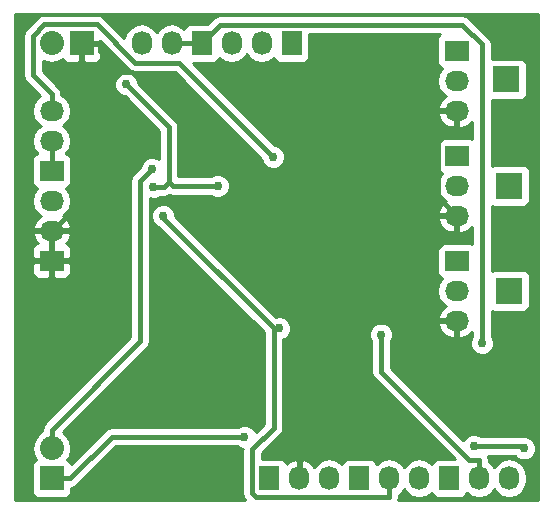
<source format=gbl>
%FSLAX46Y46*%
G04 Gerber Fmt 4.6, Leading zero omitted, Abs format (unit mm)*
G04 Created by KiCad (PCBNEW (2014-08-06 BZR 5059)-product) date 24/08/2014 20:45:46*
%MOMM*%
G01*
G04 APERTURE LIST*
%ADD10C,0.100000*%
%ADD11R,2.032000X2.032000*%
%ADD12O,2.032000X2.032000*%
%ADD13R,2.235200X2.235200*%
%ADD14R,2.032000X1.727200*%
%ADD15O,2.032000X1.727200*%
%ADD16R,1.727200X2.032000*%
%ADD17O,1.727200X2.032000*%
%ADD18C,0.762000*%
%ADD19C,0.381000*%
%ADD20C,0.254000*%
G04 APERTURE END LIST*
D10*
D11*
X94615000Y-46990000D03*
D12*
X92075000Y-46990000D03*
D11*
X92075000Y-83820000D03*
D12*
X92075000Y-81280000D03*
D13*
X130556000Y-50038000D03*
X130810000Y-59055000D03*
X130810000Y-67945000D03*
D14*
X92075000Y-57785000D03*
D15*
X92075000Y-55245000D03*
X92075000Y-52705000D03*
D14*
X92075000Y-65405000D03*
D15*
X92075000Y-62865000D03*
X92075000Y-60325000D03*
D16*
X104775000Y-46990000D03*
D17*
X102235000Y-46990000D03*
X99695000Y-46990000D03*
D16*
X112395000Y-46990000D03*
D17*
X109855000Y-46990000D03*
X107315000Y-46990000D03*
D14*
X126365000Y-47625000D03*
D15*
X126365000Y-50165000D03*
X126365000Y-52705000D03*
D14*
X126365000Y-56515000D03*
D15*
X126365000Y-59055000D03*
X126365000Y-61595000D03*
D14*
X126365000Y-65405000D03*
D15*
X126365000Y-67945000D03*
X126365000Y-70485000D03*
D16*
X110490000Y-83820000D03*
D17*
X113030000Y-83820000D03*
X115570000Y-83820000D03*
D16*
X118110000Y-83820000D03*
D17*
X120650000Y-83820000D03*
X123190000Y-83820000D03*
D16*
X125730000Y-83820000D03*
D17*
X128270000Y-83820000D03*
X130810000Y-83820000D03*
D18*
X106124100Y-59055000D03*
X100692700Y-59139100D03*
X98407700Y-50467500D03*
X104536400Y-55430300D03*
X118898300Y-75760200D03*
X100559700Y-57660900D03*
X108399900Y-80293800D03*
X101525900Y-61595000D03*
X111320300Y-71120300D03*
X110839300Y-56590200D03*
X128536700Y-72382800D03*
X132080000Y-81280000D03*
X127818100Y-81089300D03*
X119978800Y-71651600D03*
D19*
X101973900Y-58716000D02*
X102312900Y-59055000D01*
X102312900Y-59055000D02*
X106124100Y-59055000D01*
X101973900Y-58716000D02*
X101550800Y-59139100D01*
X101550800Y-59139100D02*
X100692700Y-59139100D01*
X98407700Y-50467500D02*
X101973900Y-54033700D01*
X101973900Y-54033700D02*
X101973900Y-58716000D01*
X118898300Y-70293100D02*
X124585300Y-70293100D01*
X104536400Y-55430300D02*
X118898300Y-69792200D01*
X118898300Y-69792200D02*
X118898300Y-70293100D01*
X118898300Y-75760200D02*
X118898300Y-70293100D01*
X126365000Y-61595000D02*
X126365000Y-63030400D01*
X124585300Y-70293100D02*
X124585300Y-64436500D01*
X124585300Y-64436500D02*
X125991400Y-63030400D01*
X125991400Y-63030400D02*
X126365000Y-63030400D01*
X126365000Y-61595000D02*
X124777100Y-60007100D01*
X124777100Y-60007100D02*
X124777100Y-55354700D01*
X124777100Y-55354700D02*
X125991400Y-54140400D01*
X125991400Y-54140400D02*
X126365000Y-54140400D01*
X124585300Y-70293100D02*
X124777200Y-70485000D01*
X113030000Y-82232200D02*
X118898300Y-76363900D01*
X118898300Y-76363900D02*
X118898300Y-75760200D01*
X126365000Y-70485000D02*
X124777200Y-70485000D01*
X97944100Y-49380300D02*
X98882500Y-49380300D01*
X98882500Y-49380300D02*
X104536400Y-55034200D01*
X104536400Y-55034200D02*
X104536400Y-55430300D01*
X97944100Y-49380300D02*
X95919800Y-51404600D01*
X95919800Y-51404600D02*
X95919800Y-59020200D01*
X95919800Y-59020200D02*
X92075000Y-62865000D01*
X96202800Y-46990000D02*
X96202800Y-47639000D01*
X96202800Y-47639000D02*
X97944100Y-49380300D01*
X94615000Y-46990000D02*
X96202800Y-46990000D01*
X113030000Y-83820000D02*
X113030000Y-82232200D01*
X126365000Y-52705000D02*
X126365000Y-54140400D01*
X92075000Y-81280000D02*
X92075000Y-79692200D01*
X100559700Y-57660900D02*
X99556700Y-58663900D01*
X99556700Y-58663900D02*
X99556700Y-72210500D01*
X99556700Y-72210500D02*
X92075000Y-79692200D01*
X92075000Y-83820000D02*
X93662800Y-83820000D01*
X108399900Y-80293800D02*
X97189000Y-80293800D01*
X97189000Y-80293800D02*
X93662800Y-83820000D01*
X110872000Y-71120300D02*
X111320300Y-71120300D01*
X120650000Y-85407800D02*
X109389600Y-85407800D01*
X109389600Y-85407800D02*
X109054500Y-85072700D01*
X109054500Y-85072700D02*
X109054500Y-81373700D01*
X109054500Y-81373700D02*
X110872000Y-79556200D01*
X110872000Y-79556200D02*
X110872000Y-71120300D01*
X110872000Y-71120300D02*
X101525900Y-61774200D01*
X101525900Y-61774200D02*
X101525900Y-61595000D01*
X120650000Y-83820000D02*
X120650000Y-85407800D01*
X92075000Y-55245000D02*
X92075000Y-57785000D01*
X92075000Y-52705000D02*
X92075000Y-51269600D01*
X110839300Y-56590200D02*
X102867000Y-48617900D01*
X102867000Y-48617900D02*
X99140600Y-48617900D01*
X99140600Y-48617900D02*
X95915600Y-45392900D01*
X95915600Y-45392900D02*
X91421600Y-45392900D01*
X91421600Y-45392900D02*
X90487100Y-46327400D01*
X90487100Y-46327400D02*
X90487100Y-49681700D01*
X90487100Y-49681700D02*
X92075000Y-51269600D01*
X104775000Y-46990000D02*
X106362900Y-45402100D01*
X106362900Y-45402100D02*
X126854800Y-45402100D01*
X126854800Y-45402100D02*
X128536700Y-47084000D01*
X128536700Y-47084000D02*
X128536700Y-72382800D01*
X102235000Y-46990000D02*
X104775000Y-46990000D01*
X131889300Y-81089300D02*
X132080000Y-81280000D01*
X127818100Y-81089300D02*
X131889300Y-81089300D01*
X128270000Y-83820000D02*
X128270000Y-82232200D01*
X128270000Y-82232200D02*
X127434000Y-82232200D01*
X127434000Y-82232200D02*
X119978800Y-74777000D01*
X119978800Y-74777000D02*
X119978800Y-71651600D01*
D20*
G36*
X133300000Y-85675000D02*
X121422350Y-85675000D01*
X121475500Y-85407800D01*
X121475500Y-85220882D01*
X121709670Y-85064415D01*
X121920000Y-84749634D01*
X122130330Y-85064415D01*
X122616511Y-85389271D01*
X123190000Y-85503345D01*
X123763489Y-85389271D01*
X124249670Y-85064415D01*
X124264500Y-85042219D01*
X124328073Y-85195698D01*
X124506701Y-85374327D01*
X124740090Y-85471000D01*
X124992709Y-85471000D01*
X126719909Y-85471000D01*
X126953298Y-85374327D01*
X127131927Y-85195699D01*
X127195500Y-85042220D01*
X127210330Y-85064415D01*
X127696511Y-85389271D01*
X128270000Y-85503345D01*
X128843489Y-85389271D01*
X129329670Y-85064415D01*
X129540000Y-84749634D01*
X129750330Y-85064415D01*
X130236511Y-85389271D01*
X130810000Y-85503345D01*
X131383489Y-85389271D01*
X131869670Y-85064415D01*
X132194526Y-84578234D01*
X132308600Y-84004745D01*
X132308600Y-83635255D01*
X132194526Y-83061766D01*
X131869670Y-82575585D01*
X131383489Y-82250729D01*
X130810000Y-82136655D01*
X130236511Y-82250729D01*
X129750330Y-82575585D01*
X129540000Y-82890365D01*
X129329670Y-82575585D01*
X129095500Y-82419117D01*
X129095500Y-82232200D01*
X129032663Y-81916295D01*
X129031664Y-81914800D01*
X131278104Y-81914800D01*
X131503731Y-82140821D01*
X131877018Y-82295824D01*
X132281208Y-82296176D01*
X132654766Y-82141825D01*
X132940821Y-81856269D01*
X133095824Y-81482982D01*
X133096176Y-81078792D01*
X132941825Y-80705234D01*
X132656269Y-80419179D01*
X132562600Y-80380284D01*
X132562600Y-69188910D01*
X132562600Y-68936291D01*
X132562600Y-66701091D01*
X132465927Y-66467702D01*
X132287299Y-66289073D01*
X132053910Y-66192400D01*
X131801291Y-66192400D01*
X129566091Y-66192400D01*
X129362200Y-66276854D01*
X129362200Y-60723145D01*
X129566090Y-60807600D01*
X129818709Y-60807600D01*
X132053909Y-60807600D01*
X132287298Y-60710927D01*
X132465927Y-60532299D01*
X132562600Y-60298910D01*
X132562600Y-60046291D01*
X132562600Y-57811091D01*
X132465927Y-57577702D01*
X132287299Y-57399073D01*
X132053910Y-57302400D01*
X131801291Y-57302400D01*
X129566091Y-57302400D01*
X129362200Y-57386854D01*
X129362200Y-51790600D01*
X129564709Y-51790600D01*
X131799909Y-51790600D01*
X132033298Y-51693927D01*
X132211927Y-51515299D01*
X132308600Y-51281910D01*
X132308600Y-51029291D01*
X132308600Y-48794091D01*
X132211927Y-48560702D01*
X132033299Y-48382073D01*
X131799910Y-48285400D01*
X131547291Y-48285400D01*
X129362200Y-48285400D01*
X129362200Y-47084005D01*
X129362200Y-47084000D01*
X129362201Y-47084000D01*
X129299363Y-46768095D01*
X129120417Y-46500284D01*
X129120417Y-46500283D01*
X129120413Y-46500280D01*
X127438517Y-44818383D01*
X127170706Y-44639437D01*
X126854800Y-44576600D01*
X106362905Y-44576600D01*
X106362900Y-44576599D01*
X106046995Y-44639437D01*
X105779183Y-44818383D01*
X105779180Y-44818386D01*
X105258566Y-45339000D01*
X103785091Y-45339000D01*
X103551702Y-45435673D01*
X103373073Y-45614301D01*
X103309499Y-45767779D01*
X103294670Y-45745585D01*
X102808489Y-45420729D01*
X102235000Y-45306655D01*
X101661511Y-45420729D01*
X101175330Y-45745585D01*
X100965000Y-46060365D01*
X100754670Y-45745585D01*
X100268489Y-45420729D01*
X99695000Y-45306655D01*
X99121511Y-45420729D01*
X98635330Y-45745585D01*
X98310474Y-46231766D01*
X98246005Y-46555871D01*
X96499317Y-44809183D01*
X96231506Y-44630237D01*
X95915600Y-44567400D01*
X91421605Y-44567400D01*
X91421600Y-44567399D01*
X91105695Y-44630237D01*
X90837883Y-44809183D01*
X90837880Y-44809186D01*
X89903383Y-45743683D01*
X89724437Y-46011494D01*
X89661600Y-46327400D01*
X89661600Y-49681700D01*
X89724437Y-49997606D01*
X89903383Y-50265417D01*
X91101965Y-51463999D01*
X90830585Y-51645330D01*
X90505729Y-52131511D01*
X90391655Y-52705000D01*
X90505729Y-53278489D01*
X90830585Y-53764670D01*
X91145365Y-53975000D01*
X90830585Y-54185330D01*
X90505729Y-54671511D01*
X90391655Y-55245000D01*
X90505729Y-55818489D01*
X90830585Y-56304670D01*
X90852780Y-56319500D01*
X90699302Y-56383073D01*
X90520673Y-56561701D01*
X90424000Y-56795090D01*
X90424000Y-57047709D01*
X90424000Y-58774909D01*
X90520673Y-59008298D01*
X90699301Y-59186927D01*
X90852779Y-59250500D01*
X90830585Y-59265330D01*
X90505729Y-59751511D01*
X90391655Y-60325000D01*
X90505729Y-60898489D01*
X90830585Y-61384670D01*
X91140069Y-61591460D01*
X90724268Y-61962964D01*
X90470291Y-62490209D01*
X90467642Y-62505974D01*
X90588783Y-62738000D01*
X91948000Y-62738000D01*
X91948000Y-62718000D01*
X92202000Y-62718000D01*
X92202000Y-62738000D01*
X93561217Y-62738000D01*
X93682358Y-62505974D01*
X93679709Y-62490209D01*
X93425732Y-61962964D01*
X93009930Y-61591460D01*
X93319415Y-61384670D01*
X93644271Y-60898489D01*
X93758345Y-60325000D01*
X93644271Y-59751511D01*
X93319415Y-59265330D01*
X93297219Y-59250499D01*
X93450698Y-59186927D01*
X93629327Y-59008299D01*
X93726000Y-58774910D01*
X93726000Y-58522291D01*
X93726000Y-56795091D01*
X93629327Y-56561702D01*
X93450699Y-56383073D01*
X93297220Y-56319499D01*
X93319415Y-56304670D01*
X93644271Y-55818489D01*
X93758345Y-55245000D01*
X93644271Y-54671511D01*
X93319415Y-54185330D01*
X93004634Y-53975000D01*
X93319415Y-53764670D01*
X93644271Y-53278489D01*
X93758345Y-52705000D01*
X93644271Y-52131511D01*
X93319415Y-51645330D01*
X92900500Y-51365419D01*
X92900500Y-51269605D01*
X92900500Y-51269600D01*
X92900501Y-51269600D01*
X92837663Y-50953695D01*
X92658717Y-50685884D01*
X92658717Y-50685883D01*
X92658713Y-50685880D01*
X91312600Y-49339766D01*
X91312600Y-48449679D01*
X91410845Y-48515325D01*
X92042655Y-48641000D01*
X92107345Y-48641000D01*
X92739155Y-48515325D01*
X93039518Y-48314628D01*
X93060673Y-48365699D01*
X93239302Y-48544327D01*
X93472691Y-48641000D01*
X94329250Y-48641000D01*
X94488000Y-48482250D01*
X94488000Y-47117000D01*
X94468000Y-47117000D01*
X94468000Y-46863000D01*
X94488000Y-46863000D01*
X94488000Y-46843000D01*
X94742000Y-46843000D01*
X94742000Y-46863000D01*
X96107250Y-46863000D01*
X96162758Y-46807491D01*
X98556880Y-49201613D01*
X98556883Y-49201617D01*
X98556884Y-49201617D01*
X98824695Y-49380563D01*
X99140600Y-49443401D01*
X99140600Y-49443400D01*
X99140605Y-49443400D01*
X102525066Y-49443400D01*
X109823167Y-56741500D01*
X109823124Y-56791408D01*
X109977475Y-57164966D01*
X110263031Y-57451021D01*
X110636318Y-57606024D01*
X111040508Y-57606376D01*
X111414066Y-57452025D01*
X111700121Y-57166469D01*
X111855124Y-56793182D01*
X111855476Y-56388992D01*
X111701125Y-56015434D01*
X111415569Y-55729379D01*
X111042282Y-55574376D01*
X110990864Y-55574331D01*
X104057533Y-48641000D01*
X105764909Y-48641000D01*
X105998298Y-48544327D01*
X106176927Y-48365699D01*
X106240500Y-48212220D01*
X106255330Y-48234415D01*
X106741511Y-48559271D01*
X107315000Y-48673345D01*
X107888489Y-48559271D01*
X108374670Y-48234415D01*
X108585000Y-47919634D01*
X108795330Y-48234415D01*
X109281511Y-48559271D01*
X109855000Y-48673345D01*
X110428489Y-48559271D01*
X110914670Y-48234415D01*
X110929500Y-48212219D01*
X110993073Y-48365698D01*
X111171701Y-48544327D01*
X111405090Y-48641000D01*
X111657709Y-48641000D01*
X113384909Y-48641000D01*
X113618298Y-48544327D01*
X113796927Y-48365699D01*
X113893600Y-48132310D01*
X113893600Y-47879691D01*
X113893600Y-46227600D01*
X124984774Y-46227600D01*
X124810673Y-46401701D01*
X124714000Y-46635090D01*
X124714000Y-46887709D01*
X124714000Y-48614909D01*
X124810673Y-48848298D01*
X124989301Y-49026927D01*
X125142779Y-49090500D01*
X125120585Y-49105330D01*
X124795729Y-49591511D01*
X124681655Y-50165000D01*
X124795729Y-50738489D01*
X125120585Y-51224670D01*
X125430069Y-51431460D01*
X125014268Y-51802964D01*
X124760291Y-52330209D01*
X124757642Y-52345974D01*
X124878783Y-52578000D01*
X126238000Y-52578000D01*
X126238000Y-52558000D01*
X126492000Y-52558000D01*
X126492000Y-52578000D01*
X126512000Y-52578000D01*
X126512000Y-52832000D01*
X126492000Y-52832000D01*
X126492000Y-54045924D01*
X126726913Y-54190184D01*
X127279320Y-53996954D01*
X127711200Y-53611085D01*
X127711200Y-55100854D01*
X127507310Y-55016400D01*
X127254691Y-55016400D01*
X126238000Y-55016400D01*
X126238000Y-54045924D01*
X126238000Y-52832000D01*
X124878783Y-52832000D01*
X124757642Y-53064026D01*
X124760291Y-53079791D01*
X125014268Y-53607036D01*
X125450680Y-53996954D01*
X126003087Y-54190184D01*
X126238000Y-54045924D01*
X126238000Y-55016400D01*
X125222691Y-55016400D01*
X124989302Y-55113073D01*
X124810673Y-55291701D01*
X124714000Y-55525090D01*
X124714000Y-55777709D01*
X124714000Y-57504909D01*
X124810673Y-57738298D01*
X124989301Y-57916927D01*
X125142779Y-57980500D01*
X125120585Y-57995330D01*
X124795729Y-58481511D01*
X124681655Y-59055000D01*
X124795729Y-59628489D01*
X125120585Y-60114670D01*
X125430069Y-60321460D01*
X125014268Y-60692964D01*
X124760291Y-61220209D01*
X124757642Y-61235974D01*
X124878783Y-61468000D01*
X126238000Y-61468000D01*
X126238000Y-61448000D01*
X126492000Y-61448000D01*
X126492000Y-61468000D01*
X126512000Y-61468000D01*
X126512000Y-61722000D01*
X126492000Y-61722000D01*
X126492000Y-62935924D01*
X126726913Y-63080184D01*
X127279320Y-62886954D01*
X127711200Y-62501085D01*
X127711200Y-63990854D01*
X127507310Y-63906400D01*
X127254691Y-63906400D01*
X126238000Y-63906400D01*
X126238000Y-62935924D01*
X126238000Y-61722000D01*
X124878783Y-61722000D01*
X124757642Y-61954026D01*
X124760291Y-61969791D01*
X125014268Y-62497036D01*
X125450680Y-62886954D01*
X126003087Y-63080184D01*
X126238000Y-62935924D01*
X126238000Y-63906400D01*
X125222691Y-63906400D01*
X124989302Y-64003073D01*
X124810673Y-64181701D01*
X124714000Y-64415090D01*
X124714000Y-64667709D01*
X124714000Y-66394909D01*
X124810673Y-66628298D01*
X124989301Y-66806927D01*
X125142779Y-66870500D01*
X125120585Y-66885330D01*
X124795729Y-67371511D01*
X124681655Y-67945000D01*
X124795729Y-68518489D01*
X125120585Y-69004670D01*
X125430069Y-69211460D01*
X125014268Y-69582964D01*
X124760291Y-70110209D01*
X124757642Y-70125974D01*
X124878783Y-70358000D01*
X126238000Y-70358000D01*
X126238000Y-70338000D01*
X126492000Y-70338000D01*
X126492000Y-70358000D01*
X126512000Y-70358000D01*
X126512000Y-70612000D01*
X126492000Y-70612000D01*
X126492000Y-71825924D01*
X126726913Y-71970184D01*
X127279320Y-71776954D01*
X127711200Y-71391085D01*
X127711200Y-71771271D01*
X127675879Y-71806531D01*
X127520876Y-72179818D01*
X127520524Y-72584008D01*
X127674875Y-72957566D01*
X127960431Y-73243621D01*
X128333718Y-73398624D01*
X128737908Y-73398976D01*
X129111466Y-73244625D01*
X129397521Y-72959069D01*
X129552524Y-72585782D01*
X129552876Y-72181592D01*
X129398525Y-71808034D01*
X129362200Y-71771645D01*
X129362200Y-69613145D01*
X129566090Y-69697600D01*
X129818709Y-69697600D01*
X132053909Y-69697600D01*
X132287298Y-69600927D01*
X132465927Y-69422299D01*
X132562600Y-69188910D01*
X132562600Y-80380284D01*
X132282982Y-80264176D01*
X131889467Y-80263833D01*
X131889300Y-80263800D01*
X128429628Y-80263800D01*
X128394369Y-80228479D01*
X128021082Y-80073476D01*
X127616892Y-80073124D01*
X127243334Y-80227475D01*
X126957279Y-80513031D01*
X126935269Y-80566035D01*
X126238000Y-79868766D01*
X126238000Y-71825924D01*
X126238000Y-70612000D01*
X124878783Y-70612000D01*
X124757642Y-70844026D01*
X124760291Y-70859791D01*
X125014268Y-71387036D01*
X125450680Y-71776954D01*
X126003087Y-71970184D01*
X126238000Y-71825924D01*
X126238000Y-79868766D01*
X120804300Y-74435066D01*
X120804300Y-72263128D01*
X120839621Y-72227869D01*
X120994624Y-71854582D01*
X120994976Y-71450392D01*
X120840625Y-71076834D01*
X120555069Y-70790779D01*
X120181782Y-70635776D01*
X119777592Y-70635424D01*
X119404034Y-70789775D01*
X119117979Y-71075331D01*
X118962976Y-71448618D01*
X118962624Y-71852808D01*
X119116975Y-72226366D01*
X119153300Y-72262754D01*
X119153300Y-74777000D01*
X119216137Y-75092906D01*
X119395083Y-75360717D01*
X126203366Y-82169000D01*
X124740091Y-82169000D01*
X124506702Y-82265673D01*
X124328073Y-82444301D01*
X124264499Y-82597779D01*
X124249670Y-82575585D01*
X123763489Y-82250729D01*
X123190000Y-82136655D01*
X122616511Y-82250729D01*
X122130330Y-82575585D01*
X121920000Y-82890365D01*
X121709670Y-82575585D01*
X121223489Y-82250729D01*
X120650000Y-82136655D01*
X120076511Y-82250729D01*
X119590330Y-82575585D01*
X119575499Y-82597780D01*
X119511927Y-82444302D01*
X119333299Y-82265673D01*
X119099910Y-82169000D01*
X118847291Y-82169000D01*
X117120091Y-82169000D01*
X116886702Y-82265673D01*
X116708073Y-82444301D01*
X116644499Y-82597779D01*
X116629670Y-82575585D01*
X116143489Y-82250729D01*
X115570000Y-82136655D01*
X114996511Y-82250729D01*
X114510330Y-82575585D01*
X114303539Y-82885069D01*
X113932036Y-82469268D01*
X113404791Y-82215291D01*
X113389026Y-82212642D01*
X113157000Y-82333783D01*
X113157000Y-83693000D01*
X113177000Y-83693000D01*
X113177000Y-83947000D01*
X113157000Y-83947000D01*
X113157000Y-83967000D01*
X112903000Y-83967000D01*
X112903000Y-83947000D01*
X112883000Y-83947000D01*
X112883000Y-83693000D01*
X112903000Y-83693000D01*
X112903000Y-82333783D01*
X112670974Y-82212642D01*
X112655209Y-82215291D01*
X112127964Y-82469268D01*
X111973758Y-82641860D01*
X111891927Y-82444302D01*
X111713299Y-82265673D01*
X111479910Y-82169000D01*
X111227291Y-82169000D01*
X109880000Y-82169000D01*
X109880000Y-81715634D01*
X111455717Y-80139917D01*
X111634663Y-79872106D01*
X111634663Y-79872105D01*
X111697500Y-79556200D01*
X111697500Y-72063757D01*
X111895066Y-71982125D01*
X112181121Y-71696569D01*
X112336124Y-71323282D01*
X112336476Y-70919092D01*
X112182125Y-70545534D01*
X111896569Y-70259479D01*
X111523282Y-70104476D01*
X111119092Y-70104124D01*
X111051277Y-70132144D01*
X102541876Y-61622742D01*
X102542076Y-61393792D01*
X102387725Y-61020234D01*
X102102169Y-60734179D01*
X101728882Y-60579176D01*
X101324692Y-60578824D01*
X100951134Y-60733175D01*
X100665079Y-61018731D01*
X100510076Y-61392018D01*
X100509724Y-61796208D01*
X100664075Y-62169766D01*
X100949631Y-62455821D01*
X101104319Y-62520053D01*
X110046500Y-71462233D01*
X110046500Y-79214266D01*
X109343593Y-79917172D01*
X109261725Y-79719034D01*
X108976169Y-79432979D01*
X108602882Y-79277976D01*
X108198692Y-79277624D01*
X107825134Y-79431975D01*
X107788745Y-79468300D01*
X97189005Y-79468300D01*
X97189000Y-79468299D01*
X96873094Y-79531137D01*
X96605283Y-79710083D01*
X93700130Y-82615235D01*
X93629327Y-82444302D01*
X93450699Y-82265673D01*
X93399628Y-82244518D01*
X93600325Y-81944155D01*
X93726000Y-81312345D01*
X93726000Y-81247655D01*
X93600325Y-80615845D01*
X93242433Y-80080222D01*
X93009831Y-79924802D01*
X100140413Y-72794219D01*
X100140417Y-72794217D01*
X100140417Y-72794216D01*
X100319363Y-72526405D01*
X100382200Y-72210500D01*
X100382201Y-72210500D01*
X100382200Y-72210494D01*
X100382200Y-60110278D01*
X100489718Y-60154924D01*
X100893908Y-60155276D01*
X101267466Y-60000925D01*
X101303854Y-59964600D01*
X101550800Y-59964600D01*
X101866705Y-59901763D01*
X101866706Y-59901763D01*
X101994782Y-59816184D01*
X101996994Y-59817662D01*
X101996995Y-59817663D01*
X102312900Y-59880500D01*
X105512571Y-59880500D01*
X105547831Y-59915821D01*
X105921118Y-60070824D01*
X106325308Y-60071176D01*
X106698866Y-59916825D01*
X106984921Y-59631269D01*
X107139924Y-59257982D01*
X107140276Y-58853792D01*
X106985925Y-58480234D01*
X106700369Y-58194179D01*
X106327082Y-58039176D01*
X105922892Y-58038824D01*
X105549334Y-58193175D01*
X105512945Y-58229500D01*
X102799400Y-58229500D01*
X102799400Y-54033700D01*
X102736563Y-53717795D01*
X102736562Y-53717794D01*
X102557617Y-53449983D01*
X102557613Y-53449980D01*
X99423832Y-50316198D01*
X99423876Y-50266292D01*
X99269525Y-49892734D01*
X98983969Y-49606679D01*
X98610682Y-49451676D01*
X98206492Y-49451324D01*
X97832934Y-49605675D01*
X97546879Y-49891231D01*
X97391876Y-50264518D01*
X97391524Y-50668708D01*
X97545875Y-51042266D01*
X97831431Y-51328321D01*
X98204718Y-51483324D01*
X98256134Y-51483368D01*
X101148400Y-54375633D01*
X101148400Y-56812531D01*
X101135969Y-56800079D01*
X100762682Y-56645076D01*
X100358492Y-56644724D01*
X99984934Y-56799075D01*
X99698879Y-57084631D01*
X99543876Y-57457918D01*
X99543831Y-57509334D01*
X98972983Y-58080183D01*
X98794037Y-58347994D01*
X98731200Y-58663900D01*
X98731200Y-71868566D01*
X96266000Y-74333766D01*
X96266000Y-48132310D01*
X96266000Y-47879691D01*
X96266000Y-47275750D01*
X96107250Y-47117000D01*
X94742000Y-47117000D01*
X94742000Y-48482250D01*
X94900750Y-48641000D01*
X95757309Y-48641000D01*
X95990698Y-48544327D01*
X96169327Y-48365699D01*
X96266000Y-48132310D01*
X96266000Y-74333766D01*
X93726000Y-76873766D01*
X93726000Y-66394909D01*
X93726000Y-65690750D01*
X93726000Y-65119250D01*
X93726000Y-64415091D01*
X93629327Y-64181702D01*
X93450699Y-64003073D01*
X93253139Y-63921241D01*
X93425732Y-63767036D01*
X93679709Y-63239791D01*
X93682358Y-63224026D01*
X93561217Y-62992000D01*
X92202000Y-62992000D01*
X92202000Y-64065150D01*
X92202000Y-64205924D01*
X92202000Y-65278000D01*
X93567250Y-65278000D01*
X93726000Y-65119250D01*
X93726000Y-65690750D01*
X93567250Y-65532000D01*
X92202000Y-65532000D01*
X92202000Y-66744850D01*
X92360750Y-66903600D01*
X92964691Y-66903600D01*
X93217310Y-66903600D01*
X93450699Y-66806927D01*
X93629327Y-66628298D01*
X93726000Y-66394909D01*
X93726000Y-76873766D01*
X91948000Y-78651766D01*
X91948000Y-66744850D01*
X91948000Y-65532000D01*
X91948000Y-65278000D01*
X91948000Y-64205924D01*
X91948000Y-64065150D01*
X91948000Y-62992000D01*
X90588783Y-62992000D01*
X90467642Y-63224026D01*
X90470291Y-63239791D01*
X90724268Y-63767036D01*
X90896860Y-63921241D01*
X90699301Y-64003073D01*
X90520673Y-64181702D01*
X90424000Y-64415091D01*
X90424000Y-65119250D01*
X90582750Y-65278000D01*
X91948000Y-65278000D01*
X91948000Y-65532000D01*
X90582750Y-65532000D01*
X90424000Y-65690750D01*
X90424000Y-66394909D01*
X90520673Y-66628298D01*
X90699301Y-66806927D01*
X90932690Y-66903600D01*
X91185309Y-66903600D01*
X91789250Y-66903600D01*
X91948000Y-66744850D01*
X91948000Y-78651766D01*
X91491283Y-79108483D01*
X91312337Y-79376294D01*
X91249500Y-79692200D01*
X91249500Y-79851749D01*
X90907567Y-80080222D01*
X90549675Y-80615845D01*
X90424000Y-81247655D01*
X90424000Y-81312345D01*
X90549675Y-81944155D01*
X90750371Y-82244519D01*
X90699302Y-82265673D01*
X90520673Y-82444301D01*
X90424000Y-82677690D01*
X90424000Y-82930309D01*
X90424000Y-84962309D01*
X90520673Y-85195698D01*
X90699301Y-85374327D01*
X90932690Y-85471000D01*
X91185309Y-85471000D01*
X93217309Y-85471000D01*
X93450698Y-85374327D01*
X93629327Y-85195699D01*
X93726000Y-84962310D01*
X93726000Y-84709691D01*
X93726000Y-84632928D01*
X93978705Y-84582663D01*
X93978706Y-84582663D01*
X94246517Y-84403717D01*
X97530934Y-81119300D01*
X107788371Y-81119300D01*
X107823631Y-81154621D01*
X108196918Y-81309624D01*
X108241737Y-81309663D01*
X108229000Y-81373700D01*
X108229000Y-85072700D01*
X108291837Y-85388606D01*
X108470783Y-85656417D01*
X108489366Y-85675000D01*
X88950000Y-85675000D01*
X88950000Y-44500000D01*
X133300000Y-44500000D01*
X133300000Y-85675000D01*
X133300000Y-85675000D01*
G37*
X133300000Y-85675000D02*
X121422350Y-85675000D01*
X121475500Y-85407800D01*
X121475500Y-85220882D01*
X121709670Y-85064415D01*
X121920000Y-84749634D01*
X122130330Y-85064415D01*
X122616511Y-85389271D01*
X123190000Y-85503345D01*
X123763489Y-85389271D01*
X124249670Y-85064415D01*
X124264500Y-85042219D01*
X124328073Y-85195698D01*
X124506701Y-85374327D01*
X124740090Y-85471000D01*
X124992709Y-85471000D01*
X126719909Y-85471000D01*
X126953298Y-85374327D01*
X127131927Y-85195699D01*
X127195500Y-85042220D01*
X127210330Y-85064415D01*
X127696511Y-85389271D01*
X128270000Y-85503345D01*
X128843489Y-85389271D01*
X129329670Y-85064415D01*
X129540000Y-84749634D01*
X129750330Y-85064415D01*
X130236511Y-85389271D01*
X130810000Y-85503345D01*
X131383489Y-85389271D01*
X131869670Y-85064415D01*
X132194526Y-84578234D01*
X132308600Y-84004745D01*
X132308600Y-83635255D01*
X132194526Y-83061766D01*
X131869670Y-82575585D01*
X131383489Y-82250729D01*
X130810000Y-82136655D01*
X130236511Y-82250729D01*
X129750330Y-82575585D01*
X129540000Y-82890365D01*
X129329670Y-82575585D01*
X129095500Y-82419117D01*
X129095500Y-82232200D01*
X129032663Y-81916295D01*
X129031664Y-81914800D01*
X131278104Y-81914800D01*
X131503731Y-82140821D01*
X131877018Y-82295824D01*
X132281208Y-82296176D01*
X132654766Y-82141825D01*
X132940821Y-81856269D01*
X133095824Y-81482982D01*
X133096176Y-81078792D01*
X132941825Y-80705234D01*
X132656269Y-80419179D01*
X132562600Y-80380284D01*
X132562600Y-69188910D01*
X132562600Y-68936291D01*
X132562600Y-66701091D01*
X132465927Y-66467702D01*
X132287299Y-66289073D01*
X132053910Y-66192400D01*
X131801291Y-66192400D01*
X129566091Y-66192400D01*
X129362200Y-66276854D01*
X129362200Y-60723145D01*
X129566090Y-60807600D01*
X129818709Y-60807600D01*
X132053909Y-60807600D01*
X132287298Y-60710927D01*
X132465927Y-60532299D01*
X132562600Y-60298910D01*
X132562600Y-60046291D01*
X132562600Y-57811091D01*
X132465927Y-57577702D01*
X132287299Y-57399073D01*
X132053910Y-57302400D01*
X131801291Y-57302400D01*
X129566091Y-57302400D01*
X129362200Y-57386854D01*
X129362200Y-51790600D01*
X129564709Y-51790600D01*
X131799909Y-51790600D01*
X132033298Y-51693927D01*
X132211927Y-51515299D01*
X132308600Y-51281910D01*
X132308600Y-51029291D01*
X132308600Y-48794091D01*
X132211927Y-48560702D01*
X132033299Y-48382073D01*
X131799910Y-48285400D01*
X131547291Y-48285400D01*
X129362200Y-48285400D01*
X129362200Y-47084005D01*
X129362200Y-47084000D01*
X129362201Y-47084000D01*
X129299363Y-46768095D01*
X129120417Y-46500284D01*
X129120417Y-46500283D01*
X129120413Y-46500280D01*
X127438517Y-44818383D01*
X127170706Y-44639437D01*
X126854800Y-44576600D01*
X106362905Y-44576600D01*
X106362900Y-44576599D01*
X106046995Y-44639437D01*
X105779183Y-44818383D01*
X105779180Y-44818386D01*
X105258566Y-45339000D01*
X103785091Y-45339000D01*
X103551702Y-45435673D01*
X103373073Y-45614301D01*
X103309499Y-45767779D01*
X103294670Y-45745585D01*
X102808489Y-45420729D01*
X102235000Y-45306655D01*
X101661511Y-45420729D01*
X101175330Y-45745585D01*
X100965000Y-46060365D01*
X100754670Y-45745585D01*
X100268489Y-45420729D01*
X99695000Y-45306655D01*
X99121511Y-45420729D01*
X98635330Y-45745585D01*
X98310474Y-46231766D01*
X98246005Y-46555871D01*
X96499317Y-44809183D01*
X96231506Y-44630237D01*
X95915600Y-44567400D01*
X91421605Y-44567400D01*
X91421600Y-44567399D01*
X91105695Y-44630237D01*
X90837883Y-44809183D01*
X90837880Y-44809186D01*
X89903383Y-45743683D01*
X89724437Y-46011494D01*
X89661600Y-46327400D01*
X89661600Y-49681700D01*
X89724437Y-49997606D01*
X89903383Y-50265417D01*
X91101965Y-51463999D01*
X90830585Y-51645330D01*
X90505729Y-52131511D01*
X90391655Y-52705000D01*
X90505729Y-53278489D01*
X90830585Y-53764670D01*
X91145365Y-53975000D01*
X90830585Y-54185330D01*
X90505729Y-54671511D01*
X90391655Y-55245000D01*
X90505729Y-55818489D01*
X90830585Y-56304670D01*
X90852780Y-56319500D01*
X90699302Y-56383073D01*
X90520673Y-56561701D01*
X90424000Y-56795090D01*
X90424000Y-57047709D01*
X90424000Y-58774909D01*
X90520673Y-59008298D01*
X90699301Y-59186927D01*
X90852779Y-59250500D01*
X90830585Y-59265330D01*
X90505729Y-59751511D01*
X90391655Y-60325000D01*
X90505729Y-60898489D01*
X90830585Y-61384670D01*
X91140069Y-61591460D01*
X90724268Y-61962964D01*
X90470291Y-62490209D01*
X90467642Y-62505974D01*
X90588783Y-62738000D01*
X91948000Y-62738000D01*
X91948000Y-62718000D01*
X92202000Y-62718000D01*
X92202000Y-62738000D01*
X93561217Y-62738000D01*
X93682358Y-62505974D01*
X93679709Y-62490209D01*
X93425732Y-61962964D01*
X93009930Y-61591460D01*
X93319415Y-61384670D01*
X93644271Y-60898489D01*
X93758345Y-60325000D01*
X93644271Y-59751511D01*
X93319415Y-59265330D01*
X93297219Y-59250499D01*
X93450698Y-59186927D01*
X93629327Y-59008299D01*
X93726000Y-58774910D01*
X93726000Y-58522291D01*
X93726000Y-56795091D01*
X93629327Y-56561702D01*
X93450699Y-56383073D01*
X93297220Y-56319499D01*
X93319415Y-56304670D01*
X93644271Y-55818489D01*
X93758345Y-55245000D01*
X93644271Y-54671511D01*
X93319415Y-54185330D01*
X93004634Y-53975000D01*
X93319415Y-53764670D01*
X93644271Y-53278489D01*
X93758345Y-52705000D01*
X93644271Y-52131511D01*
X93319415Y-51645330D01*
X92900500Y-51365419D01*
X92900500Y-51269605D01*
X92900500Y-51269600D01*
X92900501Y-51269600D01*
X92837663Y-50953695D01*
X92658717Y-50685884D01*
X92658717Y-50685883D01*
X92658713Y-50685880D01*
X91312600Y-49339766D01*
X91312600Y-48449679D01*
X91410845Y-48515325D01*
X92042655Y-48641000D01*
X92107345Y-48641000D01*
X92739155Y-48515325D01*
X93039518Y-48314628D01*
X93060673Y-48365699D01*
X93239302Y-48544327D01*
X93472691Y-48641000D01*
X94329250Y-48641000D01*
X94488000Y-48482250D01*
X94488000Y-47117000D01*
X94468000Y-47117000D01*
X94468000Y-46863000D01*
X94488000Y-46863000D01*
X94488000Y-46843000D01*
X94742000Y-46843000D01*
X94742000Y-46863000D01*
X96107250Y-46863000D01*
X96162758Y-46807491D01*
X98556880Y-49201613D01*
X98556883Y-49201617D01*
X98556884Y-49201617D01*
X98824695Y-49380563D01*
X99140600Y-49443401D01*
X99140600Y-49443400D01*
X99140605Y-49443400D01*
X102525066Y-49443400D01*
X109823167Y-56741500D01*
X109823124Y-56791408D01*
X109977475Y-57164966D01*
X110263031Y-57451021D01*
X110636318Y-57606024D01*
X111040508Y-57606376D01*
X111414066Y-57452025D01*
X111700121Y-57166469D01*
X111855124Y-56793182D01*
X111855476Y-56388992D01*
X111701125Y-56015434D01*
X111415569Y-55729379D01*
X111042282Y-55574376D01*
X110990864Y-55574331D01*
X104057533Y-48641000D01*
X105764909Y-48641000D01*
X105998298Y-48544327D01*
X106176927Y-48365699D01*
X106240500Y-48212220D01*
X106255330Y-48234415D01*
X106741511Y-48559271D01*
X107315000Y-48673345D01*
X107888489Y-48559271D01*
X108374670Y-48234415D01*
X108585000Y-47919634D01*
X108795330Y-48234415D01*
X109281511Y-48559271D01*
X109855000Y-48673345D01*
X110428489Y-48559271D01*
X110914670Y-48234415D01*
X110929500Y-48212219D01*
X110993073Y-48365698D01*
X111171701Y-48544327D01*
X111405090Y-48641000D01*
X111657709Y-48641000D01*
X113384909Y-48641000D01*
X113618298Y-48544327D01*
X113796927Y-48365699D01*
X113893600Y-48132310D01*
X113893600Y-47879691D01*
X113893600Y-46227600D01*
X124984774Y-46227600D01*
X124810673Y-46401701D01*
X124714000Y-46635090D01*
X124714000Y-46887709D01*
X124714000Y-48614909D01*
X124810673Y-48848298D01*
X124989301Y-49026927D01*
X125142779Y-49090500D01*
X125120585Y-49105330D01*
X124795729Y-49591511D01*
X124681655Y-50165000D01*
X124795729Y-50738489D01*
X125120585Y-51224670D01*
X125430069Y-51431460D01*
X125014268Y-51802964D01*
X124760291Y-52330209D01*
X124757642Y-52345974D01*
X124878783Y-52578000D01*
X126238000Y-52578000D01*
X126238000Y-52558000D01*
X126492000Y-52558000D01*
X126492000Y-52578000D01*
X126512000Y-52578000D01*
X126512000Y-52832000D01*
X126492000Y-52832000D01*
X126492000Y-54045924D01*
X126726913Y-54190184D01*
X127279320Y-53996954D01*
X127711200Y-53611085D01*
X127711200Y-55100854D01*
X127507310Y-55016400D01*
X127254691Y-55016400D01*
X126238000Y-55016400D01*
X126238000Y-54045924D01*
X126238000Y-52832000D01*
X124878783Y-52832000D01*
X124757642Y-53064026D01*
X124760291Y-53079791D01*
X125014268Y-53607036D01*
X125450680Y-53996954D01*
X126003087Y-54190184D01*
X126238000Y-54045924D01*
X126238000Y-55016400D01*
X125222691Y-55016400D01*
X124989302Y-55113073D01*
X124810673Y-55291701D01*
X124714000Y-55525090D01*
X124714000Y-55777709D01*
X124714000Y-57504909D01*
X124810673Y-57738298D01*
X124989301Y-57916927D01*
X125142779Y-57980500D01*
X125120585Y-57995330D01*
X124795729Y-58481511D01*
X124681655Y-59055000D01*
X124795729Y-59628489D01*
X125120585Y-60114670D01*
X125430069Y-60321460D01*
X125014268Y-60692964D01*
X124760291Y-61220209D01*
X124757642Y-61235974D01*
X124878783Y-61468000D01*
X126238000Y-61468000D01*
X126238000Y-61448000D01*
X126492000Y-61448000D01*
X126492000Y-61468000D01*
X126512000Y-61468000D01*
X126512000Y-61722000D01*
X126492000Y-61722000D01*
X126492000Y-62935924D01*
X126726913Y-63080184D01*
X127279320Y-62886954D01*
X127711200Y-62501085D01*
X127711200Y-63990854D01*
X127507310Y-63906400D01*
X127254691Y-63906400D01*
X126238000Y-63906400D01*
X126238000Y-62935924D01*
X126238000Y-61722000D01*
X124878783Y-61722000D01*
X124757642Y-61954026D01*
X124760291Y-61969791D01*
X125014268Y-62497036D01*
X125450680Y-62886954D01*
X126003087Y-63080184D01*
X126238000Y-62935924D01*
X126238000Y-63906400D01*
X125222691Y-63906400D01*
X124989302Y-64003073D01*
X124810673Y-64181701D01*
X124714000Y-64415090D01*
X124714000Y-64667709D01*
X124714000Y-66394909D01*
X124810673Y-66628298D01*
X124989301Y-66806927D01*
X125142779Y-66870500D01*
X125120585Y-66885330D01*
X124795729Y-67371511D01*
X124681655Y-67945000D01*
X124795729Y-68518489D01*
X125120585Y-69004670D01*
X125430069Y-69211460D01*
X125014268Y-69582964D01*
X124760291Y-70110209D01*
X124757642Y-70125974D01*
X124878783Y-70358000D01*
X126238000Y-70358000D01*
X126238000Y-70338000D01*
X126492000Y-70338000D01*
X126492000Y-70358000D01*
X126512000Y-70358000D01*
X126512000Y-70612000D01*
X126492000Y-70612000D01*
X126492000Y-71825924D01*
X126726913Y-71970184D01*
X127279320Y-71776954D01*
X127711200Y-71391085D01*
X127711200Y-71771271D01*
X127675879Y-71806531D01*
X127520876Y-72179818D01*
X127520524Y-72584008D01*
X127674875Y-72957566D01*
X127960431Y-73243621D01*
X128333718Y-73398624D01*
X128737908Y-73398976D01*
X129111466Y-73244625D01*
X129397521Y-72959069D01*
X129552524Y-72585782D01*
X129552876Y-72181592D01*
X129398525Y-71808034D01*
X129362200Y-71771645D01*
X129362200Y-69613145D01*
X129566090Y-69697600D01*
X129818709Y-69697600D01*
X132053909Y-69697600D01*
X132287298Y-69600927D01*
X132465927Y-69422299D01*
X132562600Y-69188910D01*
X132562600Y-80380284D01*
X132282982Y-80264176D01*
X131889467Y-80263833D01*
X131889300Y-80263800D01*
X128429628Y-80263800D01*
X128394369Y-80228479D01*
X128021082Y-80073476D01*
X127616892Y-80073124D01*
X127243334Y-80227475D01*
X126957279Y-80513031D01*
X126935269Y-80566035D01*
X126238000Y-79868766D01*
X126238000Y-71825924D01*
X126238000Y-70612000D01*
X124878783Y-70612000D01*
X124757642Y-70844026D01*
X124760291Y-70859791D01*
X125014268Y-71387036D01*
X125450680Y-71776954D01*
X126003087Y-71970184D01*
X126238000Y-71825924D01*
X126238000Y-79868766D01*
X120804300Y-74435066D01*
X120804300Y-72263128D01*
X120839621Y-72227869D01*
X120994624Y-71854582D01*
X120994976Y-71450392D01*
X120840625Y-71076834D01*
X120555069Y-70790779D01*
X120181782Y-70635776D01*
X119777592Y-70635424D01*
X119404034Y-70789775D01*
X119117979Y-71075331D01*
X118962976Y-71448618D01*
X118962624Y-71852808D01*
X119116975Y-72226366D01*
X119153300Y-72262754D01*
X119153300Y-74777000D01*
X119216137Y-75092906D01*
X119395083Y-75360717D01*
X126203366Y-82169000D01*
X124740091Y-82169000D01*
X124506702Y-82265673D01*
X124328073Y-82444301D01*
X124264499Y-82597779D01*
X124249670Y-82575585D01*
X123763489Y-82250729D01*
X123190000Y-82136655D01*
X122616511Y-82250729D01*
X122130330Y-82575585D01*
X121920000Y-82890365D01*
X121709670Y-82575585D01*
X121223489Y-82250729D01*
X120650000Y-82136655D01*
X120076511Y-82250729D01*
X119590330Y-82575585D01*
X119575499Y-82597780D01*
X119511927Y-82444302D01*
X119333299Y-82265673D01*
X119099910Y-82169000D01*
X118847291Y-82169000D01*
X117120091Y-82169000D01*
X116886702Y-82265673D01*
X116708073Y-82444301D01*
X116644499Y-82597779D01*
X116629670Y-82575585D01*
X116143489Y-82250729D01*
X115570000Y-82136655D01*
X114996511Y-82250729D01*
X114510330Y-82575585D01*
X114303539Y-82885069D01*
X113932036Y-82469268D01*
X113404791Y-82215291D01*
X113389026Y-82212642D01*
X113157000Y-82333783D01*
X113157000Y-83693000D01*
X113177000Y-83693000D01*
X113177000Y-83947000D01*
X113157000Y-83947000D01*
X113157000Y-83967000D01*
X112903000Y-83967000D01*
X112903000Y-83947000D01*
X112883000Y-83947000D01*
X112883000Y-83693000D01*
X112903000Y-83693000D01*
X112903000Y-82333783D01*
X112670974Y-82212642D01*
X112655209Y-82215291D01*
X112127964Y-82469268D01*
X111973758Y-82641860D01*
X111891927Y-82444302D01*
X111713299Y-82265673D01*
X111479910Y-82169000D01*
X111227291Y-82169000D01*
X109880000Y-82169000D01*
X109880000Y-81715634D01*
X111455717Y-80139917D01*
X111634663Y-79872106D01*
X111634663Y-79872105D01*
X111697500Y-79556200D01*
X111697500Y-72063757D01*
X111895066Y-71982125D01*
X112181121Y-71696569D01*
X112336124Y-71323282D01*
X112336476Y-70919092D01*
X112182125Y-70545534D01*
X111896569Y-70259479D01*
X111523282Y-70104476D01*
X111119092Y-70104124D01*
X111051277Y-70132144D01*
X102541876Y-61622742D01*
X102542076Y-61393792D01*
X102387725Y-61020234D01*
X102102169Y-60734179D01*
X101728882Y-60579176D01*
X101324692Y-60578824D01*
X100951134Y-60733175D01*
X100665079Y-61018731D01*
X100510076Y-61392018D01*
X100509724Y-61796208D01*
X100664075Y-62169766D01*
X100949631Y-62455821D01*
X101104319Y-62520053D01*
X110046500Y-71462233D01*
X110046500Y-79214266D01*
X109343593Y-79917172D01*
X109261725Y-79719034D01*
X108976169Y-79432979D01*
X108602882Y-79277976D01*
X108198692Y-79277624D01*
X107825134Y-79431975D01*
X107788745Y-79468300D01*
X97189005Y-79468300D01*
X97189000Y-79468299D01*
X96873094Y-79531137D01*
X96605283Y-79710083D01*
X93700130Y-82615235D01*
X93629327Y-82444302D01*
X93450699Y-82265673D01*
X93399628Y-82244518D01*
X93600325Y-81944155D01*
X93726000Y-81312345D01*
X93726000Y-81247655D01*
X93600325Y-80615845D01*
X93242433Y-80080222D01*
X93009831Y-79924802D01*
X100140413Y-72794219D01*
X100140417Y-72794217D01*
X100140417Y-72794216D01*
X100319363Y-72526405D01*
X100382200Y-72210500D01*
X100382201Y-72210500D01*
X100382200Y-72210494D01*
X100382200Y-60110278D01*
X100489718Y-60154924D01*
X100893908Y-60155276D01*
X101267466Y-60000925D01*
X101303854Y-59964600D01*
X101550800Y-59964600D01*
X101866705Y-59901763D01*
X101866706Y-59901763D01*
X101994782Y-59816184D01*
X101996994Y-59817662D01*
X101996995Y-59817663D01*
X102312900Y-59880500D01*
X105512571Y-59880500D01*
X105547831Y-59915821D01*
X105921118Y-60070824D01*
X106325308Y-60071176D01*
X106698866Y-59916825D01*
X106984921Y-59631269D01*
X107139924Y-59257982D01*
X107140276Y-58853792D01*
X106985925Y-58480234D01*
X106700369Y-58194179D01*
X106327082Y-58039176D01*
X105922892Y-58038824D01*
X105549334Y-58193175D01*
X105512945Y-58229500D01*
X102799400Y-58229500D01*
X102799400Y-54033700D01*
X102736563Y-53717795D01*
X102736562Y-53717794D01*
X102557617Y-53449983D01*
X102557613Y-53449980D01*
X99423832Y-50316198D01*
X99423876Y-50266292D01*
X99269525Y-49892734D01*
X98983969Y-49606679D01*
X98610682Y-49451676D01*
X98206492Y-49451324D01*
X97832934Y-49605675D01*
X97546879Y-49891231D01*
X97391876Y-50264518D01*
X97391524Y-50668708D01*
X97545875Y-51042266D01*
X97831431Y-51328321D01*
X98204718Y-51483324D01*
X98256134Y-51483368D01*
X101148400Y-54375633D01*
X101148400Y-56812531D01*
X101135969Y-56800079D01*
X100762682Y-56645076D01*
X100358492Y-56644724D01*
X99984934Y-56799075D01*
X99698879Y-57084631D01*
X99543876Y-57457918D01*
X99543831Y-57509334D01*
X98972983Y-58080183D01*
X98794037Y-58347994D01*
X98731200Y-58663900D01*
X98731200Y-71868566D01*
X96266000Y-74333766D01*
X96266000Y-48132310D01*
X96266000Y-47879691D01*
X96266000Y-47275750D01*
X96107250Y-47117000D01*
X94742000Y-47117000D01*
X94742000Y-48482250D01*
X94900750Y-48641000D01*
X95757309Y-48641000D01*
X95990698Y-48544327D01*
X96169327Y-48365699D01*
X96266000Y-48132310D01*
X96266000Y-74333766D01*
X93726000Y-76873766D01*
X93726000Y-66394909D01*
X93726000Y-65690750D01*
X93726000Y-65119250D01*
X93726000Y-64415091D01*
X93629327Y-64181702D01*
X93450699Y-64003073D01*
X93253139Y-63921241D01*
X93425732Y-63767036D01*
X93679709Y-63239791D01*
X93682358Y-63224026D01*
X93561217Y-62992000D01*
X92202000Y-62992000D01*
X92202000Y-64065150D01*
X92202000Y-64205924D01*
X92202000Y-65278000D01*
X93567250Y-65278000D01*
X93726000Y-65119250D01*
X93726000Y-65690750D01*
X93567250Y-65532000D01*
X92202000Y-65532000D01*
X92202000Y-66744850D01*
X92360750Y-66903600D01*
X92964691Y-66903600D01*
X93217310Y-66903600D01*
X93450699Y-66806927D01*
X93629327Y-66628298D01*
X93726000Y-66394909D01*
X93726000Y-76873766D01*
X91948000Y-78651766D01*
X91948000Y-66744850D01*
X91948000Y-65532000D01*
X91948000Y-65278000D01*
X91948000Y-64205924D01*
X91948000Y-64065150D01*
X91948000Y-62992000D01*
X90588783Y-62992000D01*
X90467642Y-63224026D01*
X90470291Y-63239791D01*
X90724268Y-63767036D01*
X90896860Y-63921241D01*
X90699301Y-64003073D01*
X90520673Y-64181702D01*
X90424000Y-64415091D01*
X90424000Y-65119250D01*
X90582750Y-65278000D01*
X91948000Y-65278000D01*
X91948000Y-65532000D01*
X90582750Y-65532000D01*
X90424000Y-65690750D01*
X90424000Y-66394909D01*
X90520673Y-66628298D01*
X90699301Y-66806927D01*
X90932690Y-66903600D01*
X91185309Y-66903600D01*
X91789250Y-66903600D01*
X91948000Y-66744850D01*
X91948000Y-78651766D01*
X91491283Y-79108483D01*
X91312337Y-79376294D01*
X91249500Y-79692200D01*
X91249500Y-79851749D01*
X90907567Y-80080222D01*
X90549675Y-80615845D01*
X90424000Y-81247655D01*
X90424000Y-81312345D01*
X90549675Y-81944155D01*
X90750371Y-82244519D01*
X90699302Y-82265673D01*
X90520673Y-82444301D01*
X90424000Y-82677690D01*
X90424000Y-82930309D01*
X90424000Y-84962309D01*
X90520673Y-85195698D01*
X90699301Y-85374327D01*
X90932690Y-85471000D01*
X91185309Y-85471000D01*
X93217309Y-85471000D01*
X93450698Y-85374327D01*
X93629327Y-85195699D01*
X93726000Y-84962310D01*
X93726000Y-84709691D01*
X93726000Y-84632928D01*
X93978705Y-84582663D01*
X93978706Y-84582663D01*
X94246517Y-84403717D01*
X97530934Y-81119300D01*
X107788371Y-81119300D01*
X107823631Y-81154621D01*
X108196918Y-81309624D01*
X108241737Y-81309663D01*
X108229000Y-81373700D01*
X108229000Y-85072700D01*
X108291837Y-85388606D01*
X108470783Y-85656417D01*
X108489366Y-85675000D01*
X88950000Y-85675000D01*
X88950000Y-44500000D01*
X133300000Y-44500000D01*
X133300000Y-85675000D01*
M02*

</source>
